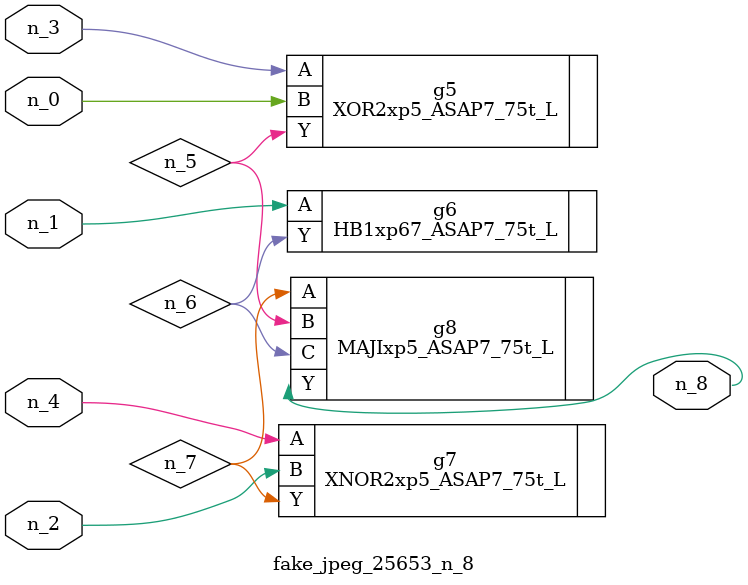
<source format=v>
module fake_jpeg_25653_n_8 (n_3, n_2, n_1, n_0, n_4, n_8);

input n_3;
input n_2;
input n_1;
input n_0;
input n_4;

output n_8;

wire n_6;
wire n_5;
wire n_7;

XOR2xp5_ASAP7_75t_L g5 ( 
.A(n_3),
.B(n_0),
.Y(n_5)
);

HB1xp67_ASAP7_75t_L g6 ( 
.A(n_1),
.Y(n_6)
);

XNOR2xp5_ASAP7_75t_L g7 ( 
.A(n_4),
.B(n_2),
.Y(n_7)
);

MAJIxp5_ASAP7_75t_L g8 ( 
.A(n_7),
.B(n_5),
.C(n_6),
.Y(n_8)
);


endmodule
</source>
